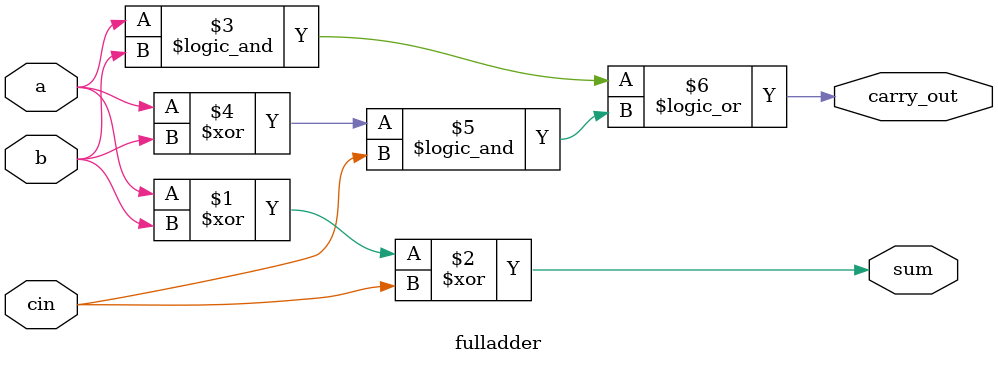
<source format=v>
/*
Program: CI Digital 02/2025
Class: Introdução à Verilog  
Class-ID: D112
Advisor: Felipe Rocha 
Advisor-Contact: felipef.rocha@inatel.br
Institute: INATEL - Santa Rita do Sapucaí / MG  
Development: André Bezerra 
Student-Contact: andrefrbezerra@gmail.com
Task-ID: A-005
Type: Laboratory
Data: octuber, 17 2025
*/

`timescale 1 ns / 1 ps 

module fulladder (
	input a, b, cin,
	output sum, carry_out
);

	/* 
	xor (sum, a, b, c);
	wire eab, xab;
	and (eab, a, b);
	xor (xab, a, b);
	and (carry_out, eab, xab, cin); 
	*/
 	
	assign sum = a ^ b ^ cin;
	assign carry_out = (a && b) || (a ^ b) && cin;

endmodule

</source>
